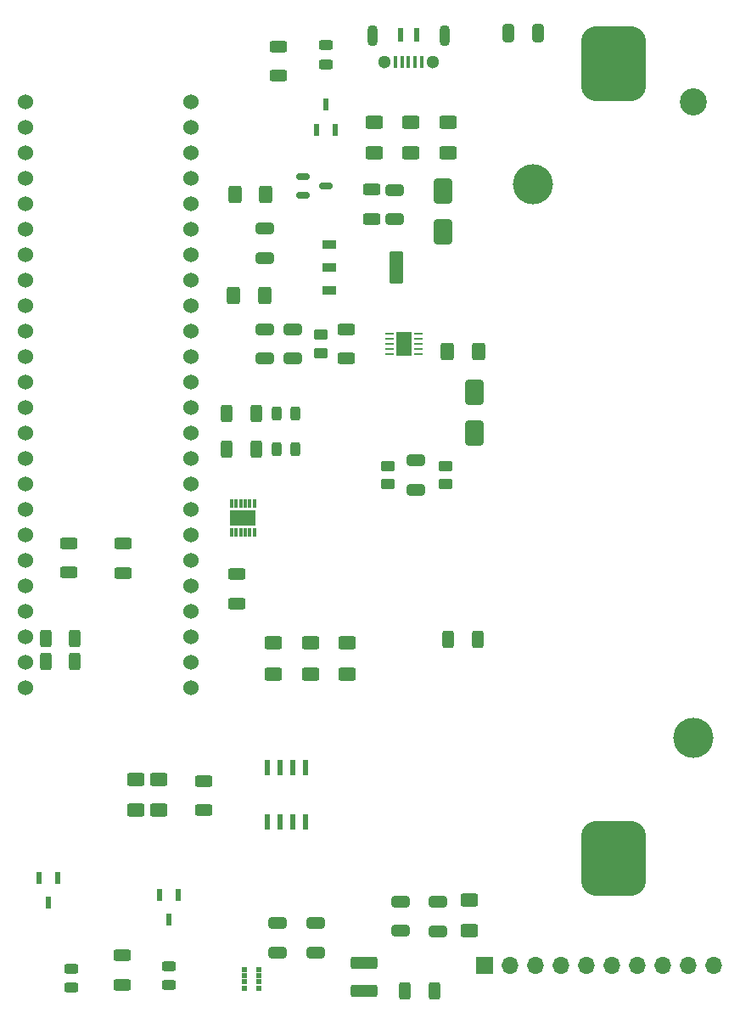
<source format=gbr>
%TF.GenerationSoftware,KiCad,Pcbnew,(7.0.0)*%
%TF.CreationDate,2023-04-24T13:22:53+02:00*%
%TF.ProjectId,EnviroHAT,456e7669-726f-4484-9154-2e6b69636164,rev?*%
%TF.SameCoordinates,Original*%
%TF.FileFunction,Soldermask,Top*%
%TF.FilePolarity,Negative*%
%FSLAX46Y46*%
G04 Gerber Fmt 4.6, Leading zero omitted, Abs format (unit mm)*
G04 Created by KiCad (PCBNEW (7.0.0)) date 2023-04-24 13:22:53*
%MOMM*%
%LPD*%
G01*
G04 APERTURE LIST*
G04 Aperture macros list*
%AMRoundRect*
0 Rectangle with rounded corners*
0 $1 Rounding radius*
0 $2 $3 $4 $5 $6 $7 $8 $9 X,Y pos of 4 corners*
0 Add a 4 corners polygon primitive as box body*
4,1,4,$2,$3,$4,$5,$6,$7,$8,$9,$2,$3,0*
0 Add four circle primitives for the rounded corners*
1,1,$1+$1,$2,$3*
1,1,$1+$1,$4,$5*
1,1,$1+$1,$6,$7*
1,1,$1+$1,$8,$9*
0 Add four rect primitives between the rounded corners*
20,1,$1+$1,$2,$3,$4,$5,0*
20,1,$1+$1,$4,$5,$6,$7,0*
20,1,$1+$1,$6,$7,$8,$9,0*
20,1,$1+$1,$8,$9,$2,$3,0*%
G04 Aperture macros list end*
%ADD10RoundRect,0.243750X0.243750X0.456250X-0.243750X0.456250X-0.243750X-0.456250X0.243750X-0.456250X0*%
%ADD11RoundRect,0.250000X-0.625000X0.400000X-0.625000X-0.400000X0.625000X-0.400000X0.625000X0.400000X0*%
%ADD12RoundRect,0.088500X-0.206500X0.516500X-0.206500X-0.516500X0.206500X-0.516500X0.206500X0.516500X0*%
%ADD13RoundRect,0.250000X0.625000X-0.400000X0.625000X0.400000X-0.625000X0.400000X-0.625000X-0.400000X0*%
%ADD14RoundRect,0.250000X0.625000X-0.312500X0.625000X0.312500X-0.625000X0.312500X-0.625000X-0.312500X0*%
%ADD15RoundRect,0.250000X-0.312500X-0.625000X0.312500X-0.625000X0.312500X0.625000X-0.312500X0.625000X0*%
%ADD16RoundRect,0.250000X0.650000X-0.325000X0.650000X0.325000X-0.650000X0.325000X-0.650000X-0.325000X0*%
%ADD17RoundRect,0.093000X-0.562000X0.372000X-0.562000X-0.372000X0.562000X-0.372000X0.562000X0.372000X0*%
%ADD18RoundRect,0.131000X-0.524000X1.489000X-0.524000X-1.489000X0.524000X-1.489000X0.524000X1.489000X0*%
%ADD19RoundRect,0.250000X-0.450000X0.262500X-0.450000X-0.262500X0.450000X-0.262500X0.450000X0.262500X0*%
%ADD20RoundRect,0.250000X-1.075000X0.375000X-1.075000X-0.375000X1.075000X-0.375000X1.075000X0.375000X0*%
%ADD21RoundRect,0.250000X-0.650000X0.325000X-0.650000X-0.325000X0.650000X-0.325000X0.650000X0.325000X0*%
%ADD22RoundRect,0.250000X0.312500X0.625000X-0.312500X0.625000X-0.312500X-0.625000X0.312500X-0.625000X0*%
%ADD23RoundRect,0.243750X0.456250X-0.243750X0.456250X0.243750X-0.456250X0.243750X-0.456250X-0.243750X0*%
%ADD24RoundRect,0.250000X-0.625000X0.312500X-0.625000X-0.312500X0.625000X-0.312500X0.625000X0.312500X0*%
%ADD25RoundRect,0.250000X0.450000X-0.262500X0.450000X0.262500X-0.450000X0.262500X-0.450000X-0.262500X0*%
%ADD26RoundRect,0.250000X0.400000X0.625000X-0.400000X0.625000X-0.400000X-0.625000X0.400000X-0.625000X0*%
%ADD27RoundRect,0.150000X-0.512500X-0.150000X0.512500X-0.150000X0.512500X0.150000X-0.512500X0.150000X0*%
%ADD28R,1.700000X1.700000*%
%ADD29O,1.700000X1.700000*%
%ADD30RoundRect,0.088500X0.206500X-0.516500X0.206500X0.516500X-0.206500X0.516500X-0.206500X-0.516500X0*%
%ADD31RoundRect,0.250000X-0.650000X1.000000X-0.650000X-1.000000X0.650000X-1.000000X0.650000X1.000000X0*%
%ADD32C,4.000000*%
%ADD33C,2.700000*%
%ADD34RoundRect,1.625000X1.625000X-2.125000X1.625000X2.125000X-1.625000X2.125000X-1.625000X-2.125000X0*%
%ADD35R,0.510000X0.500000*%
%ADD36RoundRect,0.250000X-0.400000X-0.625000X0.400000X-0.625000X0.400000X0.625000X-0.400000X0.625000X0*%
%ADD37RoundRect,0.243750X-0.456250X0.243750X-0.456250X-0.243750X0.456250X-0.243750X0.456250X0.243750X0*%
%ADD38RoundRect,0.007500X0.117500X-0.412500X0.117500X0.412500X-0.117500X0.412500X-0.117500X-0.412500X0*%
%ADD39R,2.500000X1.600000*%
%ADD40R,0.860000X0.260000*%
%ADD41R,1.575000X2.450000*%
%ADD42C,1.524000*%
%ADD43R,0.400000X1.250000*%
%ADD44R,0.600000X1.350000*%
%ADD45O,1.070000X2.140000*%
%ADD46C,1.300000*%
%ADD47R,0.600000X1.550000*%
%ADD48RoundRect,0.250000X0.325000X0.650000X-0.325000X0.650000X-0.325000X-0.650000X0.325000X-0.650000X0*%
G04 APERTURE END LIST*
D10*
%TO.C,D5*%
X145082500Y-78105000D03*
X143207500Y-78105000D03*
%TD*%
D11*
%TO.C,R4*%
X146558000Y-100965000D03*
X146558000Y-104065000D03*
%TD*%
D12*
%TO.C,Q2*%
X120396000Y-126858000D03*
X119446000Y-124348000D03*
X121346000Y-124348000D03*
%TD*%
D13*
%TO.C,R28*%
X129159000Y-117628000D03*
X129159000Y-114528000D03*
%TD*%
D14*
%TO.C,R7*%
X127762000Y-132089500D03*
X127762000Y-135014500D03*
%TD*%
D15*
%TO.C,R27*%
X120142000Y-102795000D03*
X123067000Y-102795000D03*
%TD*%
D16*
%TO.C,C3*%
X155575000Y-129667000D03*
X155575000Y-126717000D03*
%TD*%
D17*
%TO.C,U7*%
X148420000Y-61210000D03*
X148420000Y-63500000D03*
X148420000Y-65790000D03*
D18*
X155110000Y-63500000D03*
%TD*%
D11*
%TO.C,R17*%
X160274000Y-48996000D03*
X160274000Y-52096000D03*
%TD*%
D19*
%TO.C,R22*%
X160020000Y-83288500D03*
X160020000Y-85113500D03*
%TD*%
D20*
%TO.C,Q4*%
X151892000Y-132839000D03*
X151892000Y-135639000D03*
%TD*%
D21*
%TO.C,C10*%
X141986000Y-69645000D03*
X141986000Y-72595000D03*
%TD*%
D22*
%TO.C,R19*%
X141162500Y-81661000D03*
X138237500Y-81661000D03*
%TD*%
D15*
%TO.C,R9*%
X120142000Y-100509000D03*
X123067000Y-100509000D03*
%TD*%
D23*
%TO.C,D1*%
X132461000Y-133174500D03*
X132461000Y-135049500D03*
%TD*%
D24*
%TO.C,R2*%
X127889000Y-91059000D03*
X127889000Y-93984000D03*
%TD*%
D11*
%TO.C,R15*%
X156591000Y-48996000D03*
X156591000Y-52096000D03*
%TD*%
D22*
%TO.C,R18*%
X141162500Y-78105000D03*
X138237500Y-78105000D03*
%TD*%
%TO.C,R11*%
X158942500Y-135636000D03*
X156017500Y-135636000D03*
%TD*%
D23*
%TO.C,D2*%
X122682000Y-133428500D03*
X122682000Y-135303500D03*
%TD*%
D11*
%TO.C,R10*%
X162433000Y-126567000D03*
X162433000Y-129667000D03*
%TD*%
D25*
%TO.C,R20*%
X154305000Y-85113500D03*
X154305000Y-83288500D03*
%TD*%
D26*
%TO.C,R21*%
X142113000Y-56261000D03*
X139013000Y-56261000D03*
%TD*%
D27*
%TO.C,U6*%
X145801500Y-54422000D03*
X145801500Y-56322000D03*
X148076500Y-55372000D03*
%TD*%
D11*
%TO.C,R5*%
X150241000Y-100965000D03*
X150241000Y-104065000D03*
%TD*%
D24*
%TO.C,R6*%
X122428000Y-93918500D03*
X122428000Y-90993500D03*
%TD*%
D28*
%TO.C,J1*%
X163956999Y-133095999D03*
D29*
X166496999Y-133095999D03*
X169036999Y-133095999D03*
X171576999Y-133095999D03*
X174116999Y-133095999D03*
X176656999Y-133095999D03*
X179196999Y-133095999D03*
X181736999Y-133095999D03*
X184276999Y-133095999D03*
X186816999Y-133095999D03*
%TD*%
D14*
%TO.C,R8*%
X135890000Y-114690500D03*
X135890000Y-117615500D03*
%TD*%
D30*
%TO.C,Q5*%
X147132000Y-49754000D03*
X149032000Y-49754000D03*
X148082000Y-47244000D03*
%TD*%
D31*
%TO.C,D8*%
X162941000Y-75978000D03*
X162941000Y-79978000D03*
%TD*%
D32*
%TO.C,BT1*%
X184767000Y-110404000D03*
X168767000Y-55204000D03*
D33*
X184767000Y-46984000D03*
D34*
X176767000Y-43154000D03*
X176767000Y-122454000D03*
%TD*%
D21*
%TO.C,C5*%
X154940000Y-55760500D03*
X154940000Y-58710500D03*
%TD*%
D11*
%TO.C,R3*%
X142875000Y-100965000D03*
X142875000Y-104065000D03*
%TD*%
D14*
%TO.C,R14*%
X152654000Y-58678000D03*
X152654000Y-55753000D03*
%TD*%
D35*
%TO.C,U4*%
X139953999Y-135381999D03*
X139953999Y-134743999D03*
X139953999Y-134123999D03*
X139953999Y-133485999D03*
X141393999Y-133485999D03*
X141393999Y-134123999D03*
X141393999Y-134743999D03*
X141393999Y-135381999D03*
%TD*%
D31*
%TO.C,D4*%
X159766000Y-55912000D03*
X159766000Y-59912000D03*
%TD*%
D11*
%TO.C,R16*%
X152908000Y-48996000D03*
X152908000Y-52096000D03*
%TD*%
D15*
%TO.C,R25*%
X160335500Y-100584000D03*
X163260500Y-100584000D03*
%TD*%
D24*
%TO.C,R23*%
X143383000Y-41463500D03*
X143383000Y-44388500D03*
%TD*%
D36*
%TO.C,R24*%
X160248000Y-71882000D03*
X163348000Y-71882000D03*
%TD*%
D37*
%TO.C,D7*%
X148082000Y-41353500D03*
X148082000Y-43228500D03*
%TD*%
D38*
%TO.C,U2*%
X138702000Y-89935500D03*
X139152000Y-89935500D03*
X139602000Y-89935500D03*
X140052000Y-89935500D03*
X140502000Y-89935500D03*
X140952000Y-89935500D03*
X140952000Y-87065500D03*
X140502000Y-87065500D03*
X140052000Y-87065500D03*
X139602000Y-87065500D03*
X139152000Y-87065500D03*
X138702000Y-87065500D03*
D39*
X139826999Y-88500499D03*
%TD*%
D21*
%TO.C,C7*%
X141986000Y-59612000D03*
X141986000Y-62562000D03*
%TD*%
D40*
%TO.C,U5*%
X154469499Y-70119999D03*
X154469499Y-70619999D03*
X154469499Y-71119999D03*
X154469499Y-71619999D03*
X154469499Y-72119999D03*
X157339499Y-72119999D03*
X157339499Y-71619999D03*
X157339499Y-71119999D03*
X157339499Y-70619999D03*
X157339499Y-70119999D03*
D41*
X155904499Y-71119999D03*
%TD*%
D13*
%TO.C,R29*%
X131445000Y-117628000D03*
X131445000Y-114528000D03*
%TD*%
D16*
%TO.C,C2*%
X147114000Y-131826000D03*
X147114000Y-128876000D03*
%TD*%
D42*
%TO.C,U8*%
X118110000Y-46990000D03*
X118110000Y-49530000D03*
X118110000Y-52070000D03*
X118110000Y-54610000D03*
X118110000Y-57150000D03*
X118110000Y-59690000D03*
X118110000Y-62230000D03*
X118110000Y-64770000D03*
X118110000Y-67310000D03*
X118110000Y-69850000D03*
X118110000Y-72390000D03*
X118110000Y-74930000D03*
X118110000Y-77470000D03*
X118110000Y-80010000D03*
X118110000Y-82550000D03*
X118110000Y-85090000D03*
X118110000Y-87630000D03*
X118110000Y-90170000D03*
X118110000Y-92710000D03*
X118110000Y-95250000D03*
X118110000Y-97790000D03*
X118110000Y-100330000D03*
X118110000Y-102870000D03*
X118110000Y-105410000D03*
X134620000Y-105410000D03*
X134620000Y-102870000D03*
X134620000Y-100330000D03*
X134620000Y-97790000D03*
X134620000Y-95250000D03*
X134620000Y-92710000D03*
X134620000Y-90170000D03*
X134620000Y-87630000D03*
X134620000Y-85090000D03*
X134620000Y-82550000D03*
X134620000Y-80010000D03*
X134620000Y-77470000D03*
X134620000Y-74930000D03*
X134620000Y-72390000D03*
X134620000Y-69850000D03*
X134620000Y-67310000D03*
X134620000Y-64770000D03*
X134620000Y-62230000D03*
X134620000Y-59690000D03*
X134620000Y-57150000D03*
X134620000Y-54610000D03*
X134620000Y-52070000D03*
X134620000Y-49530000D03*
X134620000Y-46990000D03*
%TD*%
D19*
%TO.C,R12*%
X147574000Y-70207500D03*
X147574000Y-72032500D03*
%TD*%
D10*
%TO.C,D6*%
X145082500Y-81661000D03*
X143207500Y-81661000D03*
%TD*%
D21*
%TO.C,C9*%
X144780000Y-69645000D03*
X144780000Y-72595000D03*
%TD*%
D26*
%TO.C,R26*%
X142012000Y-66294000D03*
X138912000Y-66294000D03*
%TD*%
D43*
%TO.C,J4*%
X157636999Y-42982999D03*
X156986999Y-42982999D03*
X156336999Y-42982999D03*
X155686999Y-42982999D03*
X155036999Y-42982999D03*
D44*
X155536999Y-40332999D03*
X157136999Y-40332999D03*
D45*
X152736999Y-40357999D03*
D46*
X153912000Y-43008000D03*
X158762000Y-43008000D03*
D45*
X159936999Y-40357999D03*
%TD*%
D16*
%TO.C,C1*%
X143256000Y-131826000D03*
X143256000Y-128876000D03*
%TD*%
D14*
%TO.C,R13*%
X150114000Y-72582500D03*
X150114000Y-69657500D03*
%TD*%
D21*
%TO.C,C6*%
X157099000Y-82726000D03*
X157099000Y-85676000D03*
%TD*%
D24*
%TO.C,R1*%
X139192000Y-94103000D03*
X139192000Y-97028000D03*
%TD*%
D47*
%TO.C,U3*%
X146049999Y-113377999D03*
X144779999Y-113377999D03*
X143509999Y-113377999D03*
X142239999Y-113377999D03*
X142239999Y-118777999D03*
X143509999Y-118777999D03*
X144779999Y-118777999D03*
X146049999Y-118777999D03*
%TD*%
D48*
%TO.C,C8*%
X169291000Y-40132000D03*
X166341000Y-40132000D03*
%TD*%
D12*
%TO.C,Q1*%
X132461000Y-128569500D03*
X131511000Y-126059500D03*
X133411000Y-126059500D03*
%TD*%
D16*
%TO.C,C4*%
X159238300Y-129692300D03*
X159238300Y-126742300D03*
%TD*%
M02*

</source>
